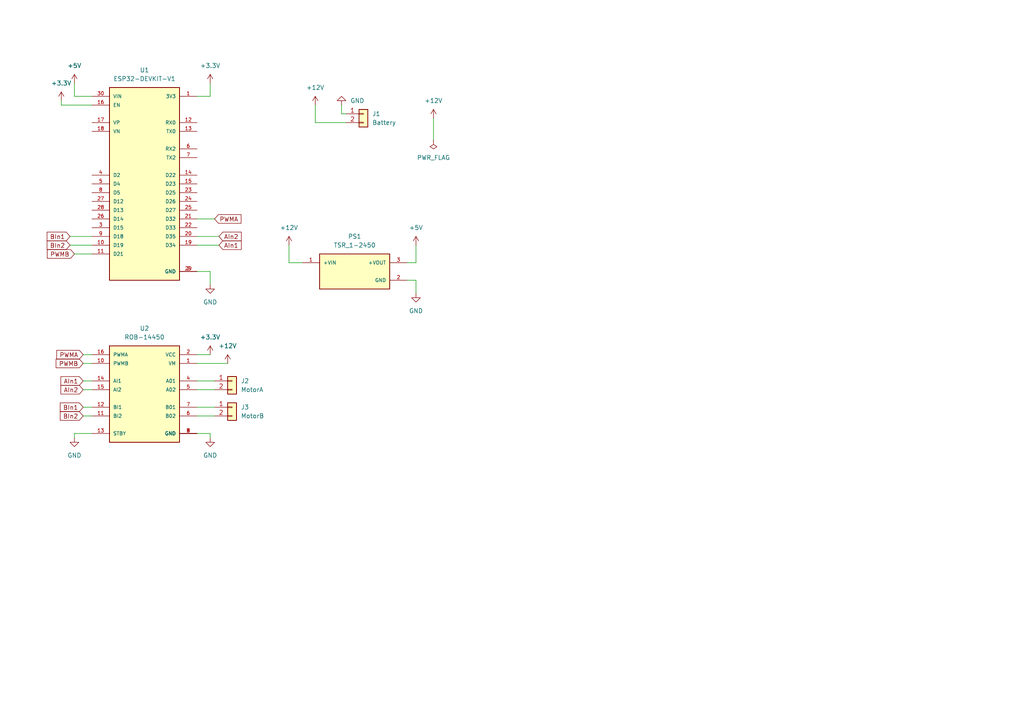
<source format=kicad_sch>
(kicad_sch (version 20231120) (generator "eeschema") (generator_version "8.0")
  (paper "A4")
  (lib_symbols
    (symbol "Connector_Generic:Conn_01x02" (pin_names (offset 1.016) hide)
      (property "Reference" "J" (at 0 2.54 0))
      (property "Value" "Conn_01x02" (at 0 -5.08 0))
      (symbol "Conn_01x02_1_1"
        (rectangle (start -1.27 -2.413) (end 0 -2.667) (stroke (width 0.1524)))
        (rectangle (start -1.27 0.127) (end 0 -0.127) (stroke (width 0.1524)))
        (rectangle (start -1.27 1.27) (end 1.27 -3.81) (stroke (width 0.254)) (fill (type background)))
        (pin passive line (at -5.08 0 0) (length 3.81) (name "Pin_1") (number "1"))
        (pin passive line (at -5.08 -2.54 0) (length 3.81) (name "Pin_2") (number "2"))
      )
    )
    (symbol "ESP32-DEVKIT-V1:ESP32-DEVKIT-V1" (pin_names (offset 1.016))
      (property "Reference" "U" (at -10.16 30.48 0))
      (property "Value" "ESP32-DEVKIT-V1" (at -10.16 -30.48 0))
      (symbol "ESP32-DEVKIT-V1_0_0"
        (rectangle (start -10.16 -27.94) (end 10.16 27.94) (stroke (width 0.254)) (fill (type background)))
        (pin output line (at 15.24 25.4 180) (length 5.08) (name "3V3") (number "1"))
        (pin bidirectional line (at -15.24 -17.78 0) (length 5.08) (name "D19") (number "10"))
        (pin bidirectional line (at -15.24 -20.32 0) (length 5.08) (name "D21") (number "11"))
        (pin input line (at 15.24 17.78 180) (length 5.08) (name "RX0") (number "12"))
        (pin output line (at 15.24 15.24 180) (length 5.08) (name "TX0") (number "13"))
        (pin bidirectional line (at 15.24 2.54 180) (length 5.08) (name "D22") (number "14"))
        (pin bidirectional line (at 15.24 0 180) (length 5.08) (name "D23") (number "15"))
        (pin input line (at -15.24 22.86 0) (length 5.08) (name "EN") (number "16"))
        (pin bidirectional line (at -15.24 17.78 0) (length 5.08) (name "VP") (number "17"))
        (pin bidirectional line (at -15.24 15.24 0) (length 5.08) (name "VN") (number "18"))
        (pin bidirectional line (at 15.24 -17.78 180) (length 5.08) (name "D34") (number "19"))
        (pin power_in line (at 15.24 -25.4 180) (length 5.08) (name "GND") (number "2"))
        (pin bidirectional line (at 15.24 -15.24 180) (length 5.08) (name "D35") (number "20"))
        (pin bidirectional line (at 15.24 -10.16 180) (length 5.08) (name "D32") (number "21"))
        (pin bidirectional line (at 15.24 -12.7 180) (length 5.08) (name "D33") (number "22"))
        (pin bidirectional line (at 15.24 -2.54 180) (length 5.08) (name "D25") (number "23"))
        (pin bidirectional line (at 15.24 -5.08 180) (length 5.08) (name "D26") (number "24"))
        (pin bidirectional line (at 15.24 -7.62 180) (length 5.08) (name "D27") (number "25"))
        (pin bidirectional line (at -15.24 -10.16 0) (length 5.08) (name "D14") (number "26"))
        (pin bidirectional line (at -15.24 -5.08 0) (length 5.08) (name "D12") (number "27"))
        (pin bidirectional line (at -15.24 -7.62 0) (length 5.08) (name "D13") (number "28"))
        (pin power_in line (at 15.24 -25.4 180) (length 5.08) (name "GND") (number "29"))
        (pin bidirectional line (at -15.24 -12.7 0) (length 5.08) (name "D15") (number "3"))
        (pin input line (at -15.24 25.4 0) (length 5.08) (name "VIN") (number "30"))
        (pin bidirectional line (at -15.24 2.54 0) (length 5.08) (name "D2") (number "4"))
        (pin bidirectional line (at -15.24 0 0) (length 5.08) (name "D4") (number "5"))
        (pin input line (at 15.24 10.16 180) (length 5.08) (name "RX2") (number "6"))
        (pin output line (at 15.24 7.62 180) (length 5.08) (name "TX2") (number "7"))
        (pin bidirectional line (at -15.24 -2.54 0) (length 5.08) (name "D5") (number "8"))
        (pin bidirectional line (at -15.24 -15.24 0) (length 5.08) (name "D18") (number "9"))
      )
    )
    (symbol "ROB-14450:ROB-14450" (pin_names (offset 1.016))
      (property "Reference" "U" (at -10.16 16.002 0))
      (property "Value" "ROB-14450" (at -10.16 -15.24 0))
      (symbol "ROB-14450_0_0"
        (rectangle (start -10.16 -12.7) (end 10.16 15.24) (stroke (width 0.254)) (fill (type background)))
        (pin power_in line (at 15.24 10.16 180) (length 5.08) (name "VM") (number "1"))
        (pin input line (at -15.24 10.16 0) (length 5.08) (name "PWMB") (number "10"))
        (pin input line (at -15.24 -5.08 0) (length 5.08) (name "BI2") (number "11"))
        (pin input line (at -15.24 -2.54 0) (length 5.08) (name "BI1") (number "12"))
        (pin input line (at -15.24 -10.16 0) (length 5.08) (name "STBY") (number "13"))
        (pin input line (at -15.24 5.08 0) (length 5.08) (name "AI1") (number "14"))
        (pin input line (at -15.24 2.54 0) (length 5.08) (name "AI2") (number "15"))
        (pin input line (at -15.24 12.7 0) (length 5.08) (name "PWMA") (number "16"))
        (pin power_in line (at 15.24 12.7 180) (length 5.08) (name "VCC") (number "2"))
        (pin power_in line (at 15.24 -10.16 180) (length 5.08) (name "GND") (number "3"))
        (pin output line (at 15.24 5.08 180) (length 5.08) (name "A01") (number "4"))
        (pin output line (at 15.24 2.54 180) (length 5.08) (name "A02") (number "5"))
        (pin output line (at 15.24 -5.08 180) (length 5.08) (name "B02") (number "6"))
        (pin output line (at 15.24 -2.54 180) (length 5.08) (name "B01") (number "7"))
        (pin power_in line (at 15.24 -10.16 180) (length 5.08) (name "GND") (number "8"))
        (pin power_in line (at 15.24 -10.16 180) (length 5.08) (name "GND") (number "9"))
      )
    )
    (symbol "TSR_1-2433:TSR_1-2433" (pin_names (offset 1.016))
      (property "Reference" "PS" (at -10.16 7.62 0))
      (property "Value" "TSR_1-2433" (at -10.16 -7.62 0))
      (symbol "TSR_1-2433_0_0"
        (rectangle (start -10.16 -5.08) (end 10.16 5.08) (stroke (width 0.254)) (fill (type background)))
        (pin input line (at -15.24 2.54 0) (length 5.08) (name "+VIN") (number "1"))
        (pin power_in line (at 15.24 -2.54 180) (length 5.08) (name "GND") (number "2"))
        (pin output line (at 15.24 2.54 180) (length 5.08) (name "+VOUT") (number "3"))
      )
    )
    (symbol "power:+12V" (power) (pin_names (offset 0))
      (property "Value" "+12V" (at 0 3.556 0))
      (symbol "+12V_0_1"
        (polyline (pts (xy -0.762 1.27) (xy 0 2.54)))
        (polyline (pts (xy 0 0) (xy 0 2.54)))
        (polyline (pts (xy 0 2.54) (xy 0.762 1.27)))
      )
      (symbol "+12V_1_1"
        (pin power_in line (at 0 0 90) (length 0) hide (name "+12V") (number "1"))
      )
    )
    (symbol "power:+3.3V" (power) (pin_names (offset 0))
      (property "Value" "+3.3V" (at 0 3.556 0))
      (symbol "+3.3V_0_1"
        (polyline (pts (xy -0.762 1.27) (xy 0 2.54)))
        (polyline (pts (xy 0 0) (xy 0 2.54)))
        (polyline (pts (xy 0 2.54) (xy 0.762 1.27)))
      )
      (symbol "+3.3V_1_1"
        (pin power_in line (at 0 0 90) (length 0) hide (name "+3.3V") (number "1"))
      )
    )
    (symbol "power:GND" (power) (pin_names (offset 0))
      (property "Value" "GND" (at 0 -3.81 0))
      (symbol "GND_0_1"
        (polyline (pts (xy 0 0) (xy 0 -1.27) (xy 1.27 -1.27) (xy 0 -2.54) (xy -1.27 -1.27) (xy 0 -1.27)))
      )
      (symbol "GND_1_1"
        (pin power_in line (at 0 0 270) (length 0) hide (name "GND") (number "1"))
      )
    )
    (symbol "power:PWR_FLAG" (power) (pin_numbers hide) (pin_names (offset 0) hide)
      (property "Value" "PWR_FLAG" (at 0 3.81 0))
      (symbol "PWR_FLAG_0_0"
        (pin power_out line (at 0 0 90) (length 0) (name "~") (number "1"))
      )
      (symbol "PWR_FLAG_0_1"
        (polyline (pts (xy 0 0) (xy 0 1.27) (xy -1.016 1.905) (xy 0 2.54) (xy 1.016 1.905) (xy 0 1.27)))
      )
    )
  )
  (wire (pts (xy 120.65 76.2) (xy 118.11 76.2)))
  (wire (pts (xy 57.15 68.58) (xy 63.5 68.58)))
  (wire (pts (xy 57.15 78.74) (xy 60.96 78.74)))
  (wire (pts (xy 24.13 105.41) (xy 26.67 105.41)))
  (wire (pts (xy 99.06 30.48) (xy 99.06 33.02)))
  (wire (pts (xy 57.15 102.87) (xy 60.96 102.87)))
  (wire (pts (xy 21.59 73.66) (xy 26.67 73.66)))
  (wire (pts (xy 91.44 35.56) (xy 91.44 30.48)))
  (wire (pts (xy 63.5 71.12) (xy 57.15 71.12)))
  (wire (pts (xy 21.59 125.73) (xy 21.59 127)))
  (wire (pts (xy 20.32 71.12) (xy 26.67 71.12)))
  (wire (pts (xy 57.15 105.41) (xy 66.04 105.41)))
  (wire (pts (xy 60.96 125.73) (xy 60.96 127)))
  (wire (pts (xy 118.11 81.28) (xy 120.65 81.28)))
  (wire (pts (xy 83.82 71.12) (xy 83.82 76.2)))
  (wire (pts (xy 57.15 118.11) (xy 62.23 118.11)))
  (wire (pts (xy 57.15 120.65) (xy 62.23 120.65)))
  (wire (pts (xy 57.15 110.49) (xy 62.23 110.49)))
  (wire (pts (xy 24.13 120.65) (xy 26.67 120.65)))
  (wire (pts (xy 120.65 81.28) (xy 120.65 85.09)))
  (wire (pts (xy 100.33 35.56) (xy 91.44 35.56)))
  (wire (pts (xy 60.96 27.94) (xy 57.15 27.94)))
  (wire (pts (xy 83.82 76.2) (xy 87.63 76.2)))
  (wire (pts (xy 24.13 118.11) (xy 26.67 118.11)))
  (wire (pts (xy 57.15 125.73) (xy 60.96 125.73)))
  (wire (pts (xy 17.78 29.21) (xy 17.78 30.48)))
  (wire (pts (xy 57.15 63.5) (xy 62.23 63.5)))
  (wire (pts (xy 125.73 34.29) (xy 125.73 40.64)))
  (wire (pts (xy 24.13 110.49) (xy 26.67 110.49)))
  (wire (pts (xy 57.15 113.03) (xy 62.23 113.03)))
  (wire (pts (xy 20.32 68.58) (xy 26.67 68.58)))
  (wire (pts (xy 24.13 102.87) (xy 26.67 102.87)))
  (wire (pts (xy 17.78 30.48) (xy 26.67 30.48)))
  (wire (pts (xy 60.96 24.13) (xy 60.96 27.94)))
  (wire (pts (xy 99.06 33.02) (xy 100.33 33.02)))
  (wire (pts (xy 24.13 113.03) (xy 26.67 113.03)))
  (wire (pts (xy 21.59 24.13) (xy 21.59 27.94)))
  (wire (pts (xy 60.96 78.74) (xy 60.96 82.55)))
  (wire (pts (xy 26.67 125.73) (xy 21.59 125.73)))
  (wire (pts (xy 21.59 27.94) (xy 26.67 27.94)))
  (wire (pts (xy 120.65 71.12) (xy 120.65 76.2)))
  (global_label "BIn2" (shape input) (at 20.32 71.12 180) (property "Intersheetrefs" "${INTERSHEET_REFS}" (effects (hide yes))))
  (global_label "PWMA" (shape input) (at 24.13 102.87 180) (property "Intersheetrefs" "${INTERSHEET_REFS}" (effects (hide yes))))
  (global_label "PWMA" (shape input) (at 62.23 63.5 0) (property "Intersheetrefs" "${INTERSHEET_REFS}" (effects (hide yes))))
  (global_label "PWMB" (shape input) (at 24.13 105.41 180) (property "Intersheetrefs" "${INTERSHEET_REFS}" (effects (hide yes))))
  (global_label "AIn2" (shape input) (at 24.13 113.03 180) (property "Intersheetrefs" "${INTERSHEET_REFS}" (effects (hide yes))))
  (global_label "BIn2" (shape input) (at 24.13 120.65 180) (property "Intersheetrefs" "${INTERSHEET_REFS}" (effects (hide yes))))
  (global_label "BIn1" (shape input) (at 24.13 118.11 180) (property "Intersheetrefs" "${INTERSHEET_REFS}" (effects (hide yes))))
  (global_label "AIn1" (shape input) (at 24.13 110.49 180) (property "Intersheetrefs" "${INTERSHEET_REFS}" (effects (hide yes))))
  (global_label "AIn2" (shape input) (at 63.5 68.58 0) (property "Intersheetrefs" "${INTERSHEET_REFS}" (effects (hide yes))))
  (global_label "PWMB" (shape input) (at 21.59 73.66 180) (property "Intersheetrefs" "${INTERSHEET_REFS}" (effects (hide yes))))
  (global_label "BIn1" (shape input) (at 20.32 68.58 180) (property "Intersheetrefs" "${INTERSHEET_REFS}" (effects (hide yes))))
  (global_label "AIn1" (shape input) (at 63.5 71.12 0) (property "Intersheetrefs" "${INTERSHEET_REFS}" (effects (hide yes))))
  (symbol (lib_id "power:+12V") (at 17.78 29.21 0) (unit 1)
    (property "Reference" "#PWR010" (effects (hide yes)))
    (property "Value" "+3.3V" (at 17.78 24.13 0))
  )
  (symbol (lib_id "power:PWR_FLAG") (at 125.73 40.64 180) (unit 1)
    (property "Reference" "#FLG01" (effects (hide yes)))
    (property "Value" "PWR_FLAG" (at 125.73 45.72 0))
    (property "Description" "Special symbol for telling ERC where power comes from" (effects (hide yes)))
  )
  (symbol (lib_id "power:+12V") (at 60.96 24.13 0) (unit 1)
    (property "Reference" "#PWR02" (effects (hide yes)))
    (property "Value" "+3.3V" (at 60.96 19.05 0))
  )
  (symbol (lib_id "power:GND") (at 60.96 82.55 0) (unit 1)
    (property "Reference" "#PWR06" (effects (hide yes)))
    (property "Value" "GND" (at 60.96 87.63 0))
  )
  (symbol (lib_id "ESP32-DEVKIT-V1:ESP32-DEVKIT-V1") (at 41.91 53.34 0) (unit 1)
    (property "Reference" "U1" (at 41.91 20.32 0))
    (property "Value" "ESP32-DEVKIT-V1" (at 41.91 22.86 0))
    (property "Footprint" "Library:MODULE_ESP32_DEVKIT_V1" (effects (hide yes)))
    (property "MF" "Do it" (effects (hide yes)))
    (property "MAXIMUM_PACKAGE_HEIGHT" "6.8 mm" (effects (hide yes)))
    (property "Package" "None" (effects (hide yes)))
    (property "Price" "None" (effects (hide yes)))
    (property "Check_prices" "https://www.snapeda.com/parts/ESP32-DEVKIT-V1/Do+it/view-part/?ref=eda" (effects (hide yes)))
    (property "STANDARD" "Manufacturer Recommendations" (effects (hide yes)))
    (property "PARTREV" "N/A" (effects (hide yes)))
    (property "SnapEDA_Link" "https://www.snapeda.com/parts/ESP32-DEVKIT-V1/Do+it/view-part/?ref=snap" (effects (hide yes)))
    (property "MP" "ESP32-DEVKIT-V1" (effects (hide yes)))
    (property "Description_1" "\n                        \n                            Dual core, Wi-Fi: 2.4 GHz up to 150 Mbits/s,BLE (Bluetooth Low Energy) and legacy Bluetooth, 32 bits, Up to 240 MHz\n                        \n" (effects (hide yes)))
    (property "Availability" "Not in stock" (effects (hide yes)))
    (property "MANUFACTURER" "DOIT" (effects (hide yes)))
  )
  (symbol (lib_id "TSR_1-2433:TSR_1-2433") (at 102.87 78.74 0) (unit 1)
    (property "Reference" "PS1" (at 102.87 68.58 0))
    (property "Value" "TSR_1-2450" (at 102.87 71.12 0))
    (property "Footprint" "TSR_1-2433:CONV_TSR_1-2433" (effects (hide yes)))
    (property "MF" "Traco Power" (effects (hide yes)))
    (property "MAXIMUM_PACKAGE_HEIGHT" "10.6mm" (effects (hide yes)))
    (property "Package" "SIP-3 Traco Power" (effects (hide yes)))
    (property "Price" "None" (effects (hide yes)))
    (property "Check_prices" "https://www.snapeda.com/parts/TSR%201-2433/Traco+Power/view-part/?ref=eda" (effects (hide yes)))
    (property "STANDARD" "Manufacturer Recommendations" (effects (hide yes)))
    (property "PARTREV" "Apr 27, 2020" (effects (hide yes)))
    (property "SnapEDA_Link" "https://www.snapeda.com/parts/TSR%201-2433/Traco+Power/view-part/?ref=snap" (effects (hide yes)))
    (property "MP" "TSR 1-2433" (effects (hide yes)))
    (property "Description_1" "\n                        \n                            1 Amp POL switching regulator, wide input range, pos.-pos. circuit, LM78 compatible, SIP-3\n                        \n" (effects (hide yes)))
    (property "Availability" "In Stock" (effects (hide yes)))
    (property "MANUFACTURER" "Traco Power" (effects (hide yes)))
  )
  (symbol (lib_id "power:+3.3V") (at 21.59 24.13 0) (unit 1)
    (property "Reference" "#PWR05" (effects (hide yes)))
    (property "Value" "+5V" (at 21.59 19.05 0))
  )
  (symbol (lib_id "power:GND") (at 21.59 127 0) (unit 1)
    (property "Reference" "#PWR014" (effects (hide yes)))
    (property "Value" "GND" (at 21.59 132.08 0))
  )
  (symbol (lib_id "power:GND") (at 99.06 30.48 180) (unit 1)
    (property "Reference" "#PWR04" (effects (hide yes)))
    (property "Value" "GND" (at 101.6 29.21 0) (effects (justify right)))
  )
  (symbol (lib_id "power:+12V") (at 83.82 71.12 0) (unit 1)
    (property "Reference" "#PWR09" (effects (hide yes)))
    (property "Value" "+12V" (at 83.82 66.04 0))
  )
  (symbol (lib_id "power:+12V") (at 91.44 30.48 0) (unit 1)
    (property "Reference" "#PWR03" (effects (hide yes)))
    (property "Value" "+12V" (at 91.44 25.4 0))
  )
  (symbol (lib_id "Connector_Generic:Conn_01x02") (at 105.41 33.02 0) (unit 1)
    (property "Reference" "J1" (at 107.95 33.02 0) (effects (justify left)))
    (property "Value" "Battery" (at 107.95 35.56 0) (effects (justify left)))
    (property "Footprint" "TerminalBlock:TerminalBlock_Xinya_XY308-2.54-2P_1x02_P2.54mm_Horizontal" (effects (hide yes)))
  )
  (symbol (lib_id "power:GND") (at 60.96 127 0) (unit 1)
    (property "Reference" "#PWR013" (effects (hide yes)))
    (property "Value" "GND" (at 60.96 132.08 0))
  )
  (symbol (lib_id "power:GND") (at 120.65 85.09 0) (unit 1)
    (property "Reference" "#PWR07" (effects (hide yes)))
    (property "Value" "GND" (at 120.65 90.17 0))
  )
  (symbol (lib_id "power:+12V") (at 125.73 34.29 0) (unit 1)
    (property "Reference" "#PWR01" (effects (hide yes)))
    (property "Value" "+12V" (at 125.73 29.21 0))
  )
  (symbol (lib_id "power:+3.3V") (at 120.65 71.12 0) (unit 1)
    (property "Reference" "#PWR08" (effects (hide yes)))
    (property "Value" "+5V" (at 120.65 66.04 0))
  )
  (symbol (lib_id "ROB-14450:ROB-14450") (at 41.91 115.57 0) (unit 1)
    (property "Reference" "U2" (at 41.91 95.25 0))
    (property "Value" "ROB-14450" (at 41.91 97.79 0))
    (property "Footprint" "Library:MODULE_ROB-14450" (effects (hide yes)))
    (property "MF" "SparkFun Electronics" (effects (hide yes)))
    (property "Description_1" "\n                        \n                            TB6612FNG - Motor Controller/Driver Power Management Evaluation Board\n                        \n" (effects (hide yes)))
    (property "Package" "None" (effects (hide yes)))
    (property "Price" "None" (effects (hide yes)))
    (property "Check_prices" "https://www.snapeda.com/parts/ROB-14450/SparkFun/view-part/?ref=eda" (effects (hide yes)))
    (property "STANDARD" "Manufacturer Recommendation" (effects (hide yes)))
    (property "PARTREV" "11-13-17" (effects (hide yes)))
    (property "SnapEDA_Link" "https://www.snapeda.com/parts/ROB-14450/SparkFun/view-part/?ref=snap" (effects (hide yes)))
    (property "MP" "ROB-14450" (effects (hide yes)))
    (property "Availability" "In Stock" (effects (hide yes)))
    (property "MANUFACTURER" "Sparkfun Electronics" (effects (hide yes)))
  )
  (symbol (lib_id "Connector_Generic:Conn_01x02") (at 67.31 110.49 0) (unit 1)
    (property "Reference" "J2" (at 69.85 110.4899 0) (effects (justify left)))
    (property "Value" "MotorA" (at 69.85 113.0299 0) (effects (justify left)))
    (property "Footprint" "TerminalBlock:TerminalBlock_Xinya_XY308-2.54-2P_1x02_P2.54mm_Horizontal" (effects (hide yes)))
  )
  (symbol (lib_id "power:+12V") (at 66.04 105.41 0) (unit 1)
    (property "Reference" "#PWR011" (effects (hide yes)))
    (property "Value" "+12V" (at 66.04 100.33 0))
  )
  (symbol (lib_id "power:+12V") (at 60.96 102.87 0) (unit 1)
    (property "Reference" "#PWR012" (effects (hide yes)))
    (property "Value" "+3.3V" (at 60.96 97.79 0))
  )
  (symbol (lib_id "Connector_Generic:Conn_01x02") (at 67.31 118.11 0) (unit 1)
    (property "Reference" "J3" (at 69.85 118.1099 0) (effects (justify left)))
    (property "Value" "MotorB" (at 69.85 120.6499 0) (effects (justify left)))
    (property "Footprint" "TerminalBlock:TerminalBlock_Xinya_XY308-2.54-2P_1x02_P2.54mm_Horizontal" (effects (hide yes)))
  )
)
</source>
